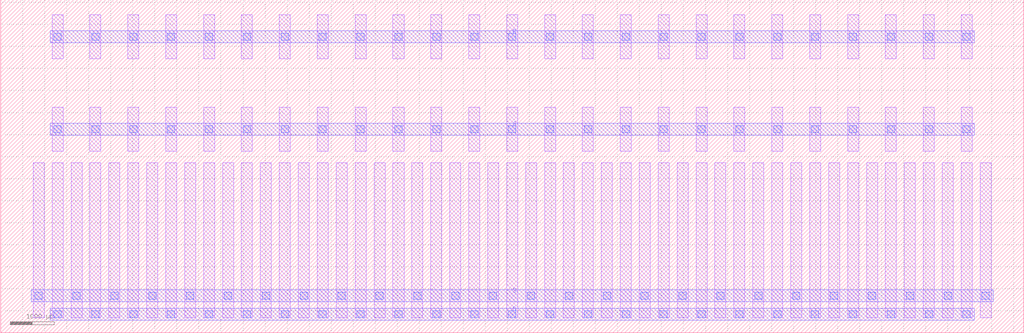
<source format=lef>
MACRO NMOS_4T_14396096_X25_Y1
  UNITS 
    DATABASE MICRONS UNITS 1000;
  END UNITS 
  ORIGIN 0 0 ;
  FOREIGN NMOS_4T_14396096_X25_Y1 0 0 ;
  SIZE 23220 BY 7560 ;
  PIN B
    DIRECTION INOUT ;
    USE SIGNAL ;
    PORT
      LAYER M2 ;
        RECT 1120 6580 22100 6860 ;
    END
  END B
  PIN D
    DIRECTION INOUT ;
    USE SIGNAL ;
    PORT
      LAYER M2 ;
        RECT 1120 280 22100 560 ;
    END
  END D
  PIN G
    DIRECTION INOUT ;
    USE SIGNAL ;
    PORT
      LAYER M2 ;
        RECT 1120 4480 22100 4760 ;
    END
  END G
  PIN S
    DIRECTION INOUT ;
    USE SIGNAL ;
    PORT
      LAYER M2 ;
        RECT 690 700 22530 980 ;
    END
  END S
  OBS
    LAYER M1 ;
      RECT 1165 335 1415 3865 ;
    LAYER M1 ;
      RECT 1165 4115 1415 5125 ;
    LAYER M1 ;
      RECT 1165 6215 1415 7225 ;
    LAYER M1 ;
      RECT 735 335 985 3865 ;
    LAYER M1 ;
      RECT 1595 335 1845 3865 ;
    LAYER M1 ;
      RECT 2025 335 2275 3865 ;
    LAYER M1 ;
      RECT 2025 4115 2275 5125 ;
    LAYER M1 ;
      RECT 2025 6215 2275 7225 ;
    LAYER M1 ;
      RECT 2455 335 2705 3865 ;
    LAYER M1 ;
      RECT 2885 335 3135 3865 ;
    LAYER M1 ;
      RECT 2885 4115 3135 5125 ;
    LAYER M1 ;
      RECT 2885 6215 3135 7225 ;
    LAYER M1 ;
      RECT 3315 335 3565 3865 ;
    LAYER M1 ;
      RECT 3745 335 3995 3865 ;
    LAYER M1 ;
      RECT 3745 4115 3995 5125 ;
    LAYER M1 ;
      RECT 3745 6215 3995 7225 ;
    LAYER M1 ;
      RECT 4175 335 4425 3865 ;
    LAYER M1 ;
      RECT 4605 335 4855 3865 ;
    LAYER M1 ;
      RECT 4605 4115 4855 5125 ;
    LAYER M1 ;
      RECT 4605 6215 4855 7225 ;
    LAYER M1 ;
      RECT 5035 335 5285 3865 ;
    LAYER M1 ;
      RECT 5465 335 5715 3865 ;
    LAYER M1 ;
      RECT 5465 4115 5715 5125 ;
    LAYER M1 ;
      RECT 5465 6215 5715 7225 ;
    LAYER M1 ;
      RECT 5895 335 6145 3865 ;
    LAYER M1 ;
      RECT 6325 335 6575 3865 ;
    LAYER M1 ;
      RECT 6325 4115 6575 5125 ;
    LAYER M1 ;
      RECT 6325 6215 6575 7225 ;
    LAYER M1 ;
      RECT 6755 335 7005 3865 ;
    LAYER M1 ;
      RECT 7185 335 7435 3865 ;
    LAYER M1 ;
      RECT 7185 4115 7435 5125 ;
    LAYER M1 ;
      RECT 7185 6215 7435 7225 ;
    LAYER M1 ;
      RECT 7615 335 7865 3865 ;
    LAYER M1 ;
      RECT 8045 335 8295 3865 ;
    LAYER M1 ;
      RECT 8045 4115 8295 5125 ;
    LAYER M1 ;
      RECT 8045 6215 8295 7225 ;
    LAYER M1 ;
      RECT 8475 335 8725 3865 ;
    LAYER M1 ;
      RECT 8905 335 9155 3865 ;
    LAYER M1 ;
      RECT 8905 4115 9155 5125 ;
    LAYER M1 ;
      RECT 8905 6215 9155 7225 ;
    LAYER M1 ;
      RECT 9335 335 9585 3865 ;
    LAYER M1 ;
      RECT 9765 335 10015 3865 ;
    LAYER M1 ;
      RECT 9765 4115 10015 5125 ;
    LAYER M1 ;
      RECT 9765 6215 10015 7225 ;
    LAYER M1 ;
      RECT 10195 335 10445 3865 ;
    LAYER M1 ;
      RECT 10625 335 10875 3865 ;
    LAYER M1 ;
      RECT 10625 4115 10875 5125 ;
    LAYER M1 ;
      RECT 10625 6215 10875 7225 ;
    LAYER M1 ;
      RECT 11055 335 11305 3865 ;
    LAYER M1 ;
      RECT 11485 335 11735 3865 ;
    LAYER M1 ;
      RECT 11485 4115 11735 5125 ;
    LAYER M1 ;
      RECT 11485 6215 11735 7225 ;
    LAYER M1 ;
      RECT 11915 335 12165 3865 ;
    LAYER M1 ;
      RECT 12345 335 12595 3865 ;
    LAYER M1 ;
      RECT 12345 4115 12595 5125 ;
    LAYER M1 ;
      RECT 12345 6215 12595 7225 ;
    LAYER M1 ;
      RECT 12775 335 13025 3865 ;
    LAYER M1 ;
      RECT 13205 335 13455 3865 ;
    LAYER M1 ;
      RECT 13205 4115 13455 5125 ;
    LAYER M1 ;
      RECT 13205 6215 13455 7225 ;
    LAYER M1 ;
      RECT 13635 335 13885 3865 ;
    LAYER M1 ;
      RECT 14065 335 14315 3865 ;
    LAYER M1 ;
      RECT 14065 4115 14315 5125 ;
    LAYER M1 ;
      RECT 14065 6215 14315 7225 ;
    LAYER M1 ;
      RECT 14495 335 14745 3865 ;
    LAYER M1 ;
      RECT 14925 335 15175 3865 ;
    LAYER M1 ;
      RECT 14925 4115 15175 5125 ;
    LAYER M1 ;
      RECT 14925 6215 15175 7225 ;
    LAYER M1 ;
      RECT 15355 335 15605 3865 ;
    LAYER M1 ;
      RECT 15785 335 16035 3865 ;
    LAYER M1 ;
      RECT 15785 4115 16035 5125 ;
    LAYER M1 ;
      RECT 15785 6215 16035 7225 ;
    LAYER M1 ;
      RECT 16215 335 16465 3865 ;
    LAYER M1 ;
      RECT 16645 335 16895 3865 ;
    LAYER M1 ;
      RECT 16645 4115 16895 5125 ;
    LAYER M1 ;
      RECT 16645 6215 16895 7225 ;
    LAYER M1 ;
      RECT 17075 335 17325 3865 ;
    LAYER M1 ;
      RECT 17505 335 17755 3865 ;
    LAYER M1 ;
      RECT 17505 4115 17755 5125 ;
    LAYER M1 ;
      RECT 17505 6215 17755 7225 ;
    LAYER M1 ;
      RECT 17935 335 18185 3865 ;
    LAYER M1 ;
      RECT 18365 335 18615 3865 ;
    LAYER M1 ;
      RECT 18365 4115 18615 5125 ;
    LAYER M1 ;
      RECT 18365 6215 18615 7225 ;
    LAYER M1 ;
      RECT 18795 335 19045 3865 ;
    LAYER M1 ;
      RECT 19225 335 19475 3865 ;
    LAYER M1 ;
      RECT 19225 4115 19475 5125 ;
    LAYER M1 ;
      RECT 19225 6215 19475 7225 ;
    LAYER M1 ;
      RECT 19655 335 19905 3865 ;
    LAYER M1 ;
      RECT 20085 335 20335 3865 ;
    LAYER M1 ;
      RECT 20085 4115 20335 5125 ;
    LAYER M1 ;
      RECT 20085 6215 20335 7225 ;
    LAYER M1 ;
      RECT 20515 335 20765 3865 ;
    LAYER M1 ;
      RECT 20945 335 21195 3865 ;
    LAYER M1 ;
      RECT 20945 4115 21195 5125 ;
    LAYER M1 ;
      RECT 20945 6215 21195 7225 ;
    LAYER M1 ;
      RECT 21375 335 21625 3865 ;
    LAYER M1 ;
      RECT 21805 335 22055 3865 ;
    LAYER M1 ;
      RECT 21805 4115 22055 5125 ;
    LAYER M1 ;
      RECT 21805 6215 22055 7225 ;
    LAYER M1 ;
      RECT 22235 335 22485 3865 ;
    LAYER V1 ;
      RECT 1205 335 1375 505 ;
    LAYER V1 ;
      RECT 1205 4535 1375 4705 ;
    LAYER V1 ;
      RECT 1205 6635 1375 6805 ;
    LAYER V1 ;
      RECT 2065 335 2235 505 ;
    LAYER V1 ;
      RECT 2065 4535 2235 4705 ;
    LAYER V1 ;
      RECT 2065 6635 2235 6805 ;
    LAYER V1 ;
      RECT 2925 335 3095 505 ;
    LAYER V1 ;
      RECT 2925 4535 3095 4705 ;
    LAYER V1 ;
      RECT 2925 6635 3095 6805 ;
    LAYER V1 ;
      RECT 3785 335 3955 505 ;
    LAYER V1 ;
      RECT 3785 4535 3955 4705 ;
    LAYER V1 ;
      RECT 3785 6635 3955 6805 ;
    LAYER V1 ;
      RECT 4645 335 4815 505 ;
    LAYER V1 ;
      RECT 4645 4535 4815 4705 ;
    LAYER V1 ;
      RECT 4645 6635 4815 6805 ;
    LAYER V1 ;
      RECT 5505 335 5675 505 ;
    LAYER V1 ;
      RECT 5505 4535 5675 4705 ;
    LAYER V1 ;
      RECT 5505 6635 5675 6805 ;
    LAYER V1 ;
      RECT 6365 335 6535 505 ;
    LAYER V1 ;
      RECT 6365 4535 6535 4705 ;
    LAYER V1 ;
      RECT 6365 6635 6535 6805 ;
    LAYER V1 ;
      RECT 7225 335 7395 505 ;
    LAYER V1 ;
      RECT 7225 4535 7395 4705 ;
    LAYER V1 ;
      RECT 7225 6635 7395 6805 ;
    LAYER V1 ;
      RECT 8085 335 8255 505 ;
    LAYER V1 ;
      RECT 8085 4535 8255 4705 ;
    LAYER V1 ;
      RECT 8085 6635 8255 6805 ;
    LAYER V1 ;
      RECT 8945 335 9115 505 ;
    LAYER V1 ;
      RECT 8945 4535 9115 4705 ;
    LAYER V1 ;
      RECT 8945 6635 9115 6805 ;
    LAYER V1 ;
      RECT 9805 335 9975 505 ;
    LAYER V1 ;
      RECT 9805 4535 9975 4705 ;
    LAYER V1 ;
      RECT 9805 6635 9975 6805 ;
    LAYER V1 ;
      RECT 10665 335 10835 505 ;
    LAYER V1 ;
      RECT 10665 4535 10835 4705 ;
    LAYER V1 ;
      RECT 10665 6635 10835 6805 ;
    LAYER V1 ;
      RECT 11525 335 11695 505 ;
    LAYER V1 ;
      RECT 11525 4535 11695 4705 ;
    LAYER V1 ;
      RECT 11525 6635 11695 6805 ;
    LAYER V1 ;
      RECT 12385 335 12555 505 ;
    LAYER V1 ;
      RECT 12385 4535 12555 4705 ;
    LAYER V1 ;
      RECT 12385 6635 12555 6805 ;
    LAYER V1 ;
      RECT 13245 335 13415 505 ;
    LAYER V1 ;
      RECT 13245 4535 13415 4705 ;
    LAYER V1 ;
      RECT 13245 6635 13415 6805 ;
    LAYER V1 ;
      RECT 14105 335 14275 505 ;
    LAYER V1 ;
      RECT 14105 4535 14275 4705 ;
    LAYER V1 ;
      RECT 14105 6635 14275 6805 ;
    LAYER V1 ;
      RECT 14965 335 15135 505 ;
    LAYER V1 ;
      RECT 14965 4535 15135 4705 ;
    LAYER V1 ;
      RECT 14965 6635 15135 6805 ;
    LAYER V1 ;
      RECT 15825 335 15995 505 ;
    LAYER V1 ;
      RECT 15825 4535 15995 4705 ;
    LAYER V1 ;
      RECT 15825 6635 15995 6805 ;
    LAYER V1 ;
      RECT 16685 335 16855 505 ;
    LAYER V1 ;
      RECT 16685 4535 16855 4705 ;
    LAYER V1 ;
      RECT 16685 6635 16855 6805 ;
    LAYER V1 ;
      RECT 17545 335 17715 505 ;
    LAYER V1 ;
      RECT 17545 4535 17715 4705 ;
    LAYER V1 ;
      RECT 17545 6635 17715 6805 ;
    LAYER V1 ;
      RECT 18405 335 18575 505 ;
    LAYER V1 ;
      RECT 18405 4535 18575 4705 ;
    LAYER V1 ;
      RECT 18405 6635 18575 6805 ;
    LAYER V1 ;
      RECT 19265 335 19435 505 ;
    LAYER V1 ;
      RECT 19265 4535 19435 4705 ;
    LAYER V1 ;
      RECT 19265 6635 19435 6805 ;
    LAYER V1 ;
      RECT 20125 335 20295 505 ;
    LAYER V1 ;
      RECT 20125 4535 20295 4705 ;
    LAYER V1 ;
      RECT 20125 6635 20295 6805 ;
    LAYER V1 ;
      RECT 20985 335 21155 505 ;
    LAYER V1 ;
      RECT 20985 4535 21155 4705 ;
    LAYER V1 ;
      RECT 20985 6635 21155 6805 ;
    LAYER V1 ;
      RECT 21845 335 22015 505 ;
    LAYER V1 ;
      RECT 21845 4535 22015 4705 ;
    LAYER V1 ;
      RECT 21845 6635 22015 6805 ;
    LAYER V1 ;
      RECT 775 755 945 925 ;
    LAYER V1 ;
      RECT 1635 755 1805 925 ;
    LAYER V1 ;
      RECT 2495 755 2665 925 ;
    LAYER V1 ;
      RECT 3355 755 3525 925 ;
    LAYER V1 ;
      RECT 4215 755 4385 925 ;
    LAYER V1 ;
      RECT 5075 755 5245 925 ;
    LAYER V1 ;
      RECT 5935 755 6105 925 ;
    LAYER V1 ;
      RECT 6795 755 6965 925 ;
    LAYER V1 ;
      RECT 7655 755 7825 925 ;
    LAYER V1 ;
      RECT 8515 755 8685 925 ;
    LAYER V1 ;
      RECT 9375 755 9545 925 ;
    LAYER V1 ;
      RECT 10235 755 10405 925 ;
    LAYER V1 ;
      RECT 11095 755 11265 925 ;
    LAYER V1 ;
      RECT 11955 755 12125 925 ;
    LAYER V1 ;
      RECT 12815 755 12985 925 ;
    LAYER V1 ;
      RECT 13675 755 13845 925 ;
    LAYER V1 ;
      RECT 14535 755 14705 925 ;
    LAYER V1 ;
      RECT 15395 755 15565 925 ;
    LAYER V1 ;
      RECT 16255 755 16425 925 ;
    LAYER V1 ;
      RECT 17115 755 17285 925 ;
    LAYER V1 ;
      RECT 17975 755 18145 925 ;
    LAYER V1 ;
      RECT 18835 755 19005 925 ;
    LAYER V1 ;
      RECT 19695 755 19865 925 ;
    LAYER V1 ;
      RECT 20555 755 20725 925 ;
    LAYER V1 ;
      RECT 21415 755 21585 925 ;
    LAYER V1 ;
      RECT 22275 755 22445 925 ;
  END
END NMOS_4T_14396096_X25_Y1

</source>
